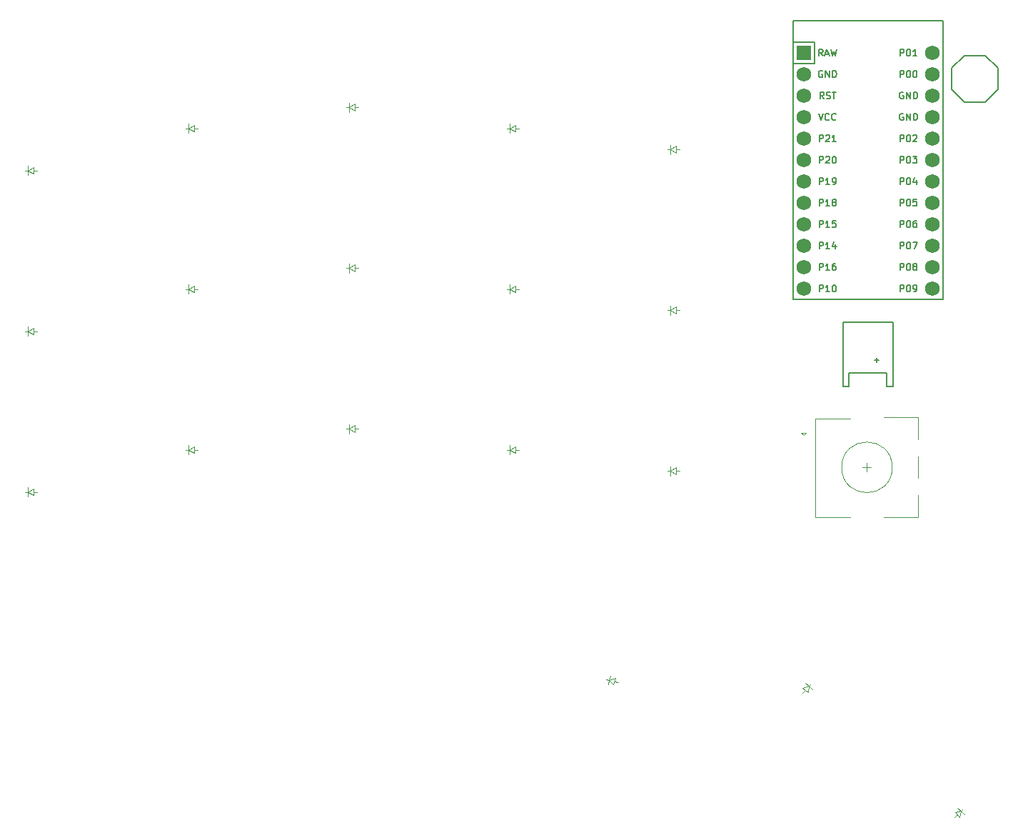
<source format=gbr>
%TF.GenerationSoftware,KiCad,Pcbnew,7.0.10*%
%TF.CreationDate,2024-01-22T21:42:36+02:00*%
%TF.ProjectId,juubo_left_final,6a757562-6f5f-46c6-9566-745f66696e61,v1.0.0*%
%TF.SameCoordinates,Original*%
%TF.FileFunction,Legend,Top*%
%TF.FilePolarity,Positive*%
%FSLAX46Y46*%
G04 Gerber Fmt 4.6, Leading zero omitted, Abs format (unit mm)*
G04 Created by KiCad (PCBNEW 7.0.10) date 2024-01-22 21:42:36*
%MOMM*%
%LPD*%
G01*
G04 APERTURE LIST*
%ADD10C,0.150000*%
%ADD11C,0.100000*%
%ADD12C,0.120000*%
%ADD13R,1.752600X1.752600*%
%ADD14C,1.752600*%
G04 APERTURE END LIST*
D10*
X181842358Y-61413204D02*
X181842358Y-60613204D01*
X181842358Y-60613204D02*
X182147120Y-60613204D01*
X182147120Y-60613204D02*
X182223310Y-60651299D01*
X182223310Y-60651299D02*
X182261405Y-60689394D01*
X182261405Y-60689394D02*
X182299501Y-60765585D01*
X182299501Y-60765585D02*
X182299501Y-60879870D01*
X182299501Y-60879870D02*
X182261405Y-60956061D01*
X182261405Y-60956061D02*
X182223310Y-60994156D01*
X182223310Y-60994156D02*
X182147120Y-61032251D01*
X182147120Y-61032251D02*
X181842358Y-61032251D01*
X182604262Y-60689394D02*
X182642358Y-60651299D01*
X182642358Y-60651299D02*
X182718548Y-60613204D01*
X182718548Y-60613204D02*
X182909024Y-60613204D01*
X182909024Y-60613204D02*
X182985215Y-60651299D01*
X182985215Y-60651299D02*
X183023310Y-60689394D01*
X183023310Y-60689394D02*
X183061405Y-60765585D01*
X183061405Y-60765585D02*
X183061405Y-60841775D01*
X183061405Y-60841775D02*
X183023310Y-60956061D01*
X183023310Y-60956061D02*
X182566167Y-61413204D01*
X182566167Y-61413204D02*
X183061405Y-61413204D01*
X183823310Y-61413204D02*
X183366167Y-61413204D01*
X183594739Y-61413204D02*
X183594739Y-60613204D01*
X183594739Y-60613204D02*
X183518548Y-60727489D01*
X183518548Y-60727489D02*
X183442358Y-60803680D01*
X183442358Y-60803680D02*
X183366167Y-60841775D01*
X191442358Y-63953204D02*
X191442358Y-63153204D01*
X191442358Y-63153204D02*
X191747120Y-63153204D01*
X191747120Y-63153204D02*
X191823310Y-63191299D01*
X191823310Y-63191299D02*
X191861405Y-63229394D01*
X191861405Y-63229394D02*
X191899501Y-63305585D01*
X191899501Y-63305585D02*
X191899501Y-63419870D01*
X191899501Y-63419870D02*
X191861405Y-63496061D01*
X191861405Y-63496061D02*
X191823310Y-63534156D01*
X191823310Y-63534156D02*
X191747120Y-63572251D01*
X191747120Y-63572251D02*
X191442358Y-63572251D01*
X192394739Y-63153204D02*
X192470929Y-63153204D01*
X192470929Y-63153204D02*
X192547120Y-63191299D01*
X192547120Y-63191299D02*
X192585215Y-63229394D01*
X192585215Y-63229394D02*
X192623310Y-63305585D01*
X192623310Y-63305585D02*
X192661405Y-63457966D01*
X192661405Y-63457966D02*
X192661405Y-63648442D01*
X192661405Y-63648442D02*
X192623310Y-63800823D01*
X192623310Y-63800823D02*
X192585215Y-63877013D01*
X192585215Y-63877013D02*
X192547120Y-63915109D01*
X192547120Y-63915109D02*
X192470929Y-63953204D01*
X192470929Y-63953204D02*
X192394739Y-63953204D01*
X192394739Y-63953204D02*
X192318548Y-63915109D01*
X192318548Y-63915109D02*
X192280453Y-63877013D01*
X192280453Y-63877013D02*
X192242358Y-63800823D01*
X192242358Y-63800823D02*
X192204262Y-63648442D01*
X192204262Y-63648442D02*
X192204262Y-63457966D01*
X192204262Y-63457966D02*
X192242358Y-63305585D01*
X192242358Y-63305585D02*
X192280453Y-63229394D01*
X192280453Y-63229394D02*
X192318548Y-63191299D01*
X192318548Y-63191299D02*
X192394739Y-63153204D01*
X192928072Y-63153204D02*
X193423310Y-63153204D01*
X193423310Y-63153204D02*
X193156644Y-63457966D01*
X193156644Y-63457966D02*
X193270929Y-63457966D01*
X193270929Y-63457966D02*
X193347120Y-63496061D01*
X193347120Y-63496061D02*
X193385215Y-63534156D01*
X193385215Y-63534156D02*
X193423310Y-63610347D01*
X193423310Y-63610347D02*
X193423310Y-63800823D01*
X193423310Y-63800823D02*
X193385215Y-63877013D01*
X193385215Y-63877013D02*
X193347120Y-63915109D01*
X193347120Y-63915109D02*
X193270929Y-63953204D01*
X193270929Y-63953204D02*
X193042358Y-63953204D01*
X193042358Y-63953204D02*
X192966167Y-63915109D01*
X192966167Y-63915109D02*
X192928072Y-63877013D01*
X181747120Y-58073204D02*
X182013787Y-58873204D01*
X182013787Y-58873204D02*
X182280453Y-58073204D01*
X183004263Y-58797013D02*
X182966167Y-58835109D01*
X182966167Y-58835109D02*
X182851882Y-58873204D01*
X182851882Y-58873204D02*
X182775691Y-58873204D01*
X182775691Y-58873204D02*
X182661405Y-58835109D01*
X182661405Y-58835109D02*
X182585215Y-58758918D01*
X182585215Y-58758918D02*
X182547120Y-58682728D01*
X182547120Y-58682728D02*
X182509024Y-58530347D01*
X182509024Y-58530347D02*
X182509024Y-58416061D01*
X182509024Y-58416061D02*
X182547120Y-58263680D01*
X182547120Y-58263680D02*
X182585215Y-58187489D01*
X182585215Y-58187489D02*
X182661405Y-58111299D01*
X182661405Y-58111299D02*
X182775691Y-58073204D01*
X182775691Y-58073204D02*
X182851882Y-58073204D01*
X182851882Y-58073204D02*
X182966167Y-58111299D01*
X182966167Y-58111299D02*
X183004263Y-58149394D01*
X183804263Y-58797013D02*
X183766167Y-58835109D01*
X183766167Y-58835109D02*
X183651882Y-58873204D01*
X183651882Y-58873204D02*
X183575691Y-58873204D01*
X183575691Y-58873204D02*
X183461405Y-58835109D01*
X183461405Y-58835109D02*
X183385215Y-58758918D01*
X183385215Y-58758918D02*
X183347120Y-58682728D01*
X183347120Y-58682728D02*
X183309024Y-58530347D01*
X183309024Y-58530347D02*
X183309024Y-58416061D01*
X183309024Y-58416061D02*
X183347120Y-58263680D01*
X183347120Y-58263680D02*
X183385215Y-58187489D01*
X183385215Y-58187489D02*
X183461405Y-58111299D01*
X183461405Y-58111299D02*
X183575691Y-58073204D01*
X183575691Y-58073204D02*
X183651882Y-58073204D01*
X183651882Y-58073204D02*
X183766167Y-58111299D01*
X183766167Y-58111299D02*
X183804263Y-58149394D01*
X182204263Y-53031299D02*
X182128073Y-52993204D01*
X182128073Y-52993204D02*
X182013787Y-52993204D01*
X182013787Y-52993204D02*
X181899501Y-53031299D01*
X181899501Y-53031299D02*
X181823311Y-53107489D01*
X181823311Y-53107489D02*
X181785216Y-53183680D01*
X181785216Y-53183680D02*
X181747120Y-53336061D01*
X181747120Y-53336061D02*
X181747120Y-53450347D01*
X181747120Y-53450347D02*
X181785216Y-53602728D01*
X181785216Y-53602728D02*
X181823311Y-53678918D01*
X181823311Y-53678918D02*
X181899501Y-53755109D01*
X181899501Y-53755109D02*
X182013787Y-53793204D01*
X182013787Y-53793204D02*
X182089978Y-53793204D01*
X182089978Y-53793204D02*
X182204263Y-53755109D01*
X182204263Y-53755109D02*
X182242359Y-53717013D01*
X182242359Y-53717013D02*
X182242359Y-53450347D01*
X182242359Y-53450347D02*
X182089978Y-53450347D01*
X182585216Y-53793204D02*
X182585216Y-52993204D01*
X182585216Y-52993204D02*
X183042359Y-53793204D01*
X183042359Y-53793204D02*
X183042359Y-52993204D01*
X183423311Y-53793204D02*
X183423311Y-52993204D01*
X183423311Y-52993204D02*
X183613787Y-52993204D01*
X183613787Y-52993204D02*
X183728073Y-53031299D01*
X183728073Y-53031299D02*
X183804263Y-53107489D01*
X183804263Y-53107489D02*
X183842358Y-53183680D01*
X183842358Y-53183680D02*
X183880454Y-53336061D01*
X183880454Y-53336061D02*
X183880454Y-53450347D01*
X183880454Y-53450347D02*
X183842358Y-53602728D01*
X183842358Y-53602728D02*
X183804263Y-53678918D01*
X183804263Y-53678918D02*
X183728073Y-53755109D01*
X183728073Y-53755109D02*
X183613787Y-53793204D01*
X183613787Y-53793204D02*
X183423311Y-53793204D01*
X181842358Y-66493204D02*
X181842358Y-65693204D01*
X181842358Y-65693204D02*
X182147120Y-65693204D01*
X182147120Y-65693204D02*
X182223310Y-65731299D01*
X182223310Y-65731299D02*
X182261405Y-65769394D01*
X182261405Y-65769394D02*
X182299501Y-65845585D01*
X182299501Y-65845585D02*
X182299501Y-65959870D01*
X182299501Y-65959870D02*
X182261405Y-66036061D01*
X182261405Y-66036061D02*
X182223310Y-66074156D01*
X182223310Y-66074156D02*
X182147120Y-66112251D01*
X182147120Y-66112251D02*
X181842358Y-66112251D01*
X183061405Y-66493204D02*
X182604262Y-66493204D01*
X182832834Y-66493204D02*
X182832834Y-65693204D01*
X182832834Y-65693204D02*
X182756643Y-65807489D01*
X182756643Y-65807489D02*
X182680453Y-65883680D01*
X182680453Y-65883680D02*
X182604262Y-65921775D01*
X183442358Y-66493204D02*
X183594739Y-66493204D01*
X183594739Y-66493204D02*
X183670929Y-66455109D01*
X183670929Y-66455109D02*
X183709025Y-66417013D01*
X183709025Y-66417013D02*
X183785215Y-66302728D01*
X183785215Y-66302728D02*
X183823310Y-66150347D01*
X183823310Y-66150347D02*
X183823310Y-65845585D01*
X183823310Y-65845585D02*
X183785215Y-65769394D01*
X183785215Y-65769394D02*
X183747120Y-65731299D01*
X183747120Y-65731299D02*
X183670929Y-65693204D01*
X183670929Y-65693204D02*
X183518548Y-65693204D01*
X183518548Y-65693204D02*
X183442358Y-65731299D01*
X183442358Y-65731299D02*
X183404263Y-65769394D01*
X183404263Y-65769394D02*
X183366167Y-65845585D01*
X183366167Y-65845585D02*
X183366167Y-66036061D01*
X183366167Y-66036061D02*
X183404263Y-66112251D01*
X183404263Y-66112251D02*
X183442358Y-66150347D01*
X183442358Y-66150347D02*
X183518548Y-66188442D01*
X183518548Y-66188442D02*
X183670929Y-66188442D01*
X183670929Y-66188442D02*
X183747120Y-66150347D01*
X183747120Y-66150347D02*
X183785215Y-66112251D01*
X183785215Y-66112251D02*
X183823310Y-66036061D01*
X181842358Y-71573204D02*
X181842358Y-70773204D01*
X181842358Y-70773204D02*
X182147120Y-70773204D01*
X182147120Y-70773204D02*
X182223310Y-70811299D01*
X182223310Y-70811299D02*
X182261405Y-70849394D01*
X182261405Y-70849394D02*
X182299501Y-70925585D01*
X182299501Y-70925585D02*
X182299501Y-71039870D01*
X182299501Y-71039870D02*
X182261405Y-71116061D01*
X182261405Y-71116061D02*
X182223310Y-71154156D01*
X182223310Y-71154156D02*
X182147120Y-71192251D01*
X182147120Y-71192251D02*
X181842358Y-71192251D01*
X183061405Y-71573204D02*
X182604262Y-71573204D01*
X182832834Y-71573204D02*
X182832834Y-70773204D01*
X182832834Y-70773204D02*
X182756643Y-70887489D01*
X182756643Y-70887489D02*
X182680453Y-70963680D01*
X182680453Y-70963680D02*
X182604262Y-71001775D01*
X183785215Y-70773204D02*
X183404263Y-70773204D01*
X183404263Y-70773204D02*
X183366167Y-71154156D01*
X183366167Y-71154156D02*
X183404263Y-71116061D01*
X183404263Y-71116061D02*
X183480453Y-71077966D01*
X183480453Y-71077966D02*
X183670929Y-71077966D01*
X183670929Y-71077966D02*
X183747120Y-71116061D01*
X183747120Y-71116061D02*
X183785215Y-71154156D01*
X183785215Y-71154156D02*
X183823310Y-71230347D01*
X183823310Y-71230347D02*
X183823310Y-71420823D01*
X183823310Y-71420823D02*
X183785215Y-71497013D01*
X183785215Y-71497013D02*
X183747120Y-71535109D01*
X183747120Y-71535109D02*
X183670929Y-71573204D01*
X183670929Y-71573204D02*
X183480453Y-71573204D01*
X183480453Y-71573204D02*
X183404263Y-71535109D01*
X183404263Y-71535109D02*
X183366167Y-71497013D01*
X181842358Y-63953204D02*
X181842358Y-63153204D01*
X181842358Y-63153204D02*
X182147120Y-63153204D01*
X182147120Y-63153204D02*
X182223310Y-63191299D01*
X182223310Y-63191299D02*
X182261405Y-63229394D01*
X182261405Y-63229394D02*
X182299501Y-63305585D01*
X182299501Y-63305585D02*
X182299501Y-63419870D01*
X182299501Y-63419870D02*
X182261405Y-63496061D01*
X182261405Y-63496061D02*
X182223310Y-63534156D01*
X182223310Y-63534156D02*
X182147120Y-63572251D01*
X182147120Y-63572251D02*
X181842358Y-63572251D01*
X182604262Y-63229394D02*
X182642358Y-63191299D01*
X182642358Y-63191299D02*
X182718548Y-63153204D01*
X182718548Y-63153204D02*
X182909024Y-63153204D01*
X182909024Y-63153204D02*
X182985215Y-63191299D01*
X182985215Y-63191299D02*
X183023310Y-63229394D01*
X183023310Y-63229394D02*
X183061405Y-63305585D01*
X183061405Y-63305585D02*
X183061405Y-63381775D01*
X183061405Y-63381775D02*
X183023310Y-63496061D01*
X183023310Y-63496061D02*
X182566167Y-63953204D01*
X182566167Y-63953204D02*
X183061405Y-63953204D01*
X183556644Y-63153204D02*
X183632834Y-63153204D01*
X183632834Y-63153204D02*
X183709025Y-63191299D01*
X183709025Y-63191299D02*
X183747120Y-63229394D01*
X183747120Y-63229394D02*
X183785215Y-63305585D01*
X183785215Y-63305585D02*
X183823310Y-63457966D01*
X183823310Y-63457966D02*
X183823310Y-63648442D01*
X183823310Y-63648442D02*
X183785215Y-63800823D01*
X183785215Y-63800823D02*
X183747120Y-63877013D01*
X183747120Y-63877013D02*
X183709025Y-63915109D01*
X183709025Y-63915109D02*
X183632834Y-63953204D01*
X183632834Y-63953204D02*
X183556644Y-63953204D01*
X183556644Y-63953204D02*
X183480453Y-63915109D01*
X183480453Y-63915109D02*
X183442358Y-63877013D01*
X183442358Y-63877013D02*
X183404263Y-63800823D01*
X183404263Y-63800823D02*
X183366167Y-63648442D01*
X183366167Y-63648442D02*
X183366167Y-63457966D01*
X183366167Y-63457966D02*
X183404263Y-63305585D01*
X183404263Y-63305585D02*
X183442358Y-63229394D01*
X183442358Y-63229394D02*
X183480453Y-63191299D01*
X183480453Y-63191299D02*
X183556644Y-63153204D01*
X181842358Y-74113204D02*
X181842358Y-73313204D01*
X181842358Y-73313204D02*
X182147120Y-73313204D01*
X182147120Y-73313204D02*
X182223310Y-73351299D01*
X182223310Y-73351299D02*
X182261405Y-73389394D01*
X182261405Y-73389394D02*
X182299501Y-73465585D01*
X182299501Y-73465585D02*
X182299501Y-73579870D01*
X182299501Y-73579870D02*
X182261405Y-73656061D01*
X182261405Y-73656061D02*
X182223310Y-73694156D01*
X182223310Y-73694156D02*
X182147120Y-73732251D01*
X182147120Y-73732251D02*
X181842358Y-73732251D01*
X183061405Y-74113204D02*
X182604262Y-74113204D01*
X182832834Y-74113204D02*
X182832834Y-73313204D01*
X182832834Y-73313204D02*
X182756643Y-73427489D01*
X182756643Y-73427489D02*
X182680453Y-73503680D01*
X182680453Y-73503680D02*
X182604262Y-73541775D01*
X183747120Y-73579870D02*
X183747120Y-74113204D01*
X183556644Y-73275109D02*
X183366167Y-73846537D01*
X183366167Y-73846537D02*
X183861406Y-73846537D01*
X191442358Y-66493204D02*
X191442358Y-65693204D01*
X191442358Y-65693204D02*
X191747120Y-65693204D01*
X191747120Y-65693204D02*
X191823310Y-65731299D01*
X191823310Y-65731299D02*
X191861405Y-65769394D01*
X191861405Y-65769394D02*
X191899501Y-65845585D01*
X191899501Y-65845585D02*
X191899501Y-65959870D01*
X191899501Y-65959870D02*
X191861405Y-66036061D01*
X191861405Y-66036061D02*
X191823310Y-66074156D01*
X191823310Y-66074156D02*
X191747120Y-66112251D01*
X191747120Y-66112251D02*
X191442358Y-66112251D01*
X192394739Y-65693204D02*
X192470929Y-65693204D01*
X192470929Y-65693204D02*
X192547120Y-65731299D01*
X192547120Y-65731299D02*
X192585215Y-65769394D01*
X192585215Y-65769394D02*
X192623310Y-65845585D01*
X192623310Y-65845585D02*
X192661405Y-65997966D01*
X192661405Y-65997966D02*
X192661405Y-66188442D01*
X192661405Y-66188442D02*
X192623310Y-66340823D01*
X192623310Y-66340823D02*
X192585215Y-66417013D01*
X192585215Y-66417013D02*
X192547120Y-66455109D01*
X192547120Y-66455109D02*
X192470929Y-66493204D01*
X192470929Y-66493204D02*
X192394739Y-66493204D01*
X192394739Y-66493204D02*
X192318548Y-66455109D01*
X192318548Y-66455109D02*
X192280453Y-66417013D01*
X192280453Y-66417013D02*
X192242358Y-66340823D01*
X192242358Y-66340823D02*
X192204262Y-66188442D01*
X192204262Y-66188442D02*
X192204262Y-65997966D01*
X192204262Y-65997966D02*
X192242358Y-65845585D01*
X192242358Y-65845585D02*
X192280453Y-65769394D01*
X192280453Y-65769394D02*
X192318548Y-65731299D01*
X192318548Y-65731299D02*
X192394739Y-65693204D01*
X193347120Y-65959870D02*
X193347120Y-66493204D01*
X193156644Y-65655109D02*
X192966167Y-66226537D01*
X192966167Y-66226537D02*
X193461406Y-66226537D01*
X191442358Y-51253204D02*
X191442358Y-50453204D01*
X191442358Y-50453204D02*
X191747120Y-50453204D01*
X191747120Y-50453204D02*
X191823310Y-50491299D01*
X191823310Y-50491299D02*
X191861405Y-50529394D01*
X191861405Y-50529394D02*
X191899501Y-50605585D01*
X191899501Y-50605585D02*
X191899501Y-50719870D01*
X191899501Y-50719870D02*
X191861405Y-50796061D01*
X191861405Y-50796061D02*
X191823310Y-50834156D01*
X191823310Y-50834156D02*
X191747120Y-50872251D01*
X191747120Y-50872251D02*
X191442358Y-50872251D01*
X192394739Y-50453204D02*
X192470929Y-50453204D01*
X192470929Y-50453204D02*
X192547120Y-50491299D01*
X192547120Y-50491299D02*
X192585215Y-50529394D01*
X192585215Y-50529394D02*
X192623310Y-50605585D01*
X192623310Y-50605585D02*
X192661405Y-50757966D01*
X192661405Y-50757966D02*
X192661405Y-50948442D01*
X192661405Y-50948442D02*
X192623310Y-51100823D01*
X192623310Y-51100823D02*
X192585215Y-51177013D01*
X192585215Y-51177013D02*
X192547120Y-51215109D01*
X192547120Y-51215109D02*
X192470929Y-51253204D01*
X192470929Y-51253204D02*
X192394739Y-51253204D01*
X192394739Y-51253204D02*
X192318548Y-51215109D01*
X192318548Y-51215109D02*
X192280453Y-51177013D01*
X192280453Y-51177013D02*
X192242358Y-51100823D01*
X192242358Y-51100823D02*
X192204262Y-50948442D01*
X192204262Y-50948442D02*
X192204262Y-50757966D01*
X192204262Y-50757966D02*
X192242358Y-50605585D01*
X192242358Y-50605585D02*
X192280453Y-50529394D01*
X192280453Y-50529394D02*
X192318548Y-50491299D01*
X192318548Y-50491299D02*
X192394739Y-50453204D01*
X193423310Y-51253204D02*
X192966167Y-51253204D01*
X193194739Y-51253204D02*
X193194739Y-50453204D01*
X193194739Y-50453204D02*
X193118548Y-50567489D01*
X193118548Y-50567489D02*
X193042358Y-50643680D01*
X193042358Y-50643680D02*
X192966167Y-50681775D01*
X191804263Y-55571299D02*
X191728073Y-55533204D01*
X191728073Y-55533204D02*
X191613787Y-55533204D01*
X191613787Y-55533204D02*
X191499501Y-55571299D01*
X191499501Y-55571299D02*
X191423311Y-55647489D01*
X191423311Y-55647489D02*
X191385216Y-55723680D01*
X191385216Y-55723680D02*
X191347120Y-55876061D01*
X191347120Y-55876061D02*
X191347120Y-55990347D01*
X191347120Y-55990347D02*
X191385216Y-56142728D01*
X191385216Y-56142728D02*
X191423311Y-56218918D01*
X191423311Y-56218918D02*
X191499501Y-56295109D01*
X191499501Y-56295109D02*
X191613787Y-56333204D01*
X191613787Y-56333204D02*
X191689978Y-56333204D01*
X191689978Y-56333204D02*
X191804263Y-56295109D01*
X191804263Y-56295109D02*
X191842359Y-56257013D01*
X191842359Y-56257013D02*
X191842359Y-55990347D01*
X191842359Y-55990347D02*
X191689978Y-55990347D01*
X192185216Y-56333204D02*
X192185216Y-55533204D01*
X192185216Y-55533204D02*
X192642359Y-56333204D01*
X192642359Y-56333204D02*
X192642359Y-55533204D01*
X193023311Y-56333204D02*
X193023311Y-55533204D01*
X193023311Y-55533204D02*
X193213787Y-55533204D01*
X193213787Y-55533204D02*
X193328073Y-55571299D01*
X193328073Y-55571299D02*
X193404263Y-55647489D01*
X193404263Y-55647489D02*
X193442358Y-55723680D01*
X193442358Y-55723680D02*
X193480454Y-55876061D01*
X193480454Y-55876061D02*
X193480454Y-55990347D01*
X193480454Y-55990347D02*
X193442358Y-56142728D01*
X193442358Y-56142728D02*
X193404263Y-56218918D01*
X193404263Y-56218918D02*
X193328073Y-56295109D01*
X193328073Y-56295109D02*
X193213787Y-56333204D01*
X193213787Y-56333204D02*
X193023311Y-56333204D01*
X181842358Y-69033204D02*
X181842358Y-68233204D01*
X181842358Y-68233204D02*
X182147120Y-68233204D01*
X182147120Y-68233204D02*
X182223310Y-68271299D01*
X182223310Y-68271299D02*
X182261405Y-68309394D01*
X182261405Y-68309394D02*
X182299501Y-68385585D01*
X182299501Y-68385585D02*
X182299501Y-68499870D01*
X182299501Y-68499870D02*
X182261405Y-68576061D01*
X182261405Y-68576061D02*
X182223310Y-68614156D01*
X182223310Y-68614156D02*
X182147120Y-68652251D01*
X182147120Y-68652251D02*
X181842358Y-68652251D01*
X183061405Y-69033204D02*
X182604262Y-69033204D01*
X182832834Y-69033204D02*
X182832834Y-68233204D01*
X182832834Y-68233204D02*
X182756643Y-68347489D01*
X182756643Y-68347489D02*
X182680453Y-68423680D01*
X182680453Y-68423680D02*
X182604262Y-68461775D01*
X183518548Y-68576061D02*
X183442358Y-68537966D01*
X183442358Y-68537966D02*
X183404263Y-68499870D01*
X183404263Y-68499870D02*
X183366167Y-68423680D01*
X183366167Y-68423680D02*
X183366167Y-68385585D01*
X183366167Y-68385585D02*
X183404263Y-68309394D01*
X183404263Y-68309394D02*
X183442358Y-68271299D01*
X183442358Y-68271299D02*
X183518548Y-68233204D01*
X183518548Y-68233204D02*
X183670929Y-68233204D01*
X183670929Y-68233204D02*
X183747120Y-68271299D01*
X183747120Y-68271299D02*
X183785215Y-68309394D01*
X183785215Y-68309394D02*
X183823310Y-68385585D01*
X183823310Y-68385585D02*
X183823310Y-68423680D01*
X183823310Y-68423680D02*
X183785215Y-68499870D01*
X183785215Y-68499870D02*
X183747120Y-68537966D01*
X183747120Y-68537966D02*
X183670929Y-68576061D01*
X183670929Y-68576061D02*
X183518548Y-68576061D01*
X183518548Y-68576061D02*
X183442358Y-68614156D01*
X183442358Y-68614156D02*
X183404263Y-68652251D01*
X183404263Y-68652251D02*
X183366167Y-68728442D01*
X183366167Y-68728442D02*
X183366167Y-68880823D01*
X183366167Y-68880823D02*
X183404263Y-68957013D01*
X183404263Y-68957013D02*
X183442358Y-68995109D01*
X183442358Y-68995109D02*
X183518548Y-69033204D01*
X183518548Y-69033204D02*
X183670929Y-69033204D01*
X183670929Y-69033204D02*
X183747120Y-68995109D01*
X183747120Y-68995109D02*
X183785215Y-68957013D01*
X183785215Y-68957013D02*
X183823310Y-68880823D01*
X183823310Y-68880823D02*
X183823310Y-68728442D01*
X183823310Y-68728442D02*
X183785215Y-68652251D01*
X183785215Y-68652251D02*
X183747120Y-68614156D01*
X183747120Y-68614156D02*
X183670929Y-68576061D01*
X191442358Y-53793204D02*
X191442358Y-52993204D01*
X191442358Y-52993204D02*
X191747120Y-52993204D01*
X191747120Y-52993204D02*
X191823310Y-53031299D01*
X191823310Y-53031299D02*
X191861405Y-53069394D01*
X191861405Y-53069394D02*
X191899501Y-53145585D01*
X191899501Y-53145585D02*
X191899501Y-53259870D01*
X191899501Y-53259870D02*
X191861405Y-53336061D01*
X191861405Y-53336061D02*
X191823310Y-53374156D01*
X191823310Y-53374156D02*
X191747120Y-53412251D01*
X191747120Y-53412251D02*
X191442358Y-53412251D01*
X192394739Y-52993204D02*
X192470929Y-52993204D01*
X192470929Y-52993204D02*
X192547120Y-53031299D01*
X192547120Y-53031299D02*
X192585215Y-53069394D01*
X192585215Y-53069394D02*
X192623310Y-53145585D01*
X192623310Y-53145585D02*
X192661405Y-53297966D01*
X192661405Y-53297966D02*
X192661405Y-53488442D01*
X192661405Y-53488442D02*
X192623310Y-53640823D01*
X192623310Y-53640823D02*
X192585215Y-53717013D01*
X192585215Y-53717013D02*
X192547120Y-53755109D01*
X192547120Y-53755109D02*
X192470929Y-53793204D01*
X192470929Y-53793204D02*
X192394739Y-53793204D01*
X192394739Y-53793204D02*
X192318548Y-53755109D01*
X192318548Y-53755109D02*
X192280453Y-53717013D01*
X192280453Y-53717013D02*
X192242358Y-53640823D01*
X192242358Y-53640823D02*
X192204262Y-53488442D01*
X192204262Y-53488442D02*
X192204262Y-53297966D01*
X192204262Y-53297966D02*
X192242358Y-53145585D01*
X192242358Y-53145585D02*
X192280453Y-53069394D01*
X192280453Y-53069394D02*
X192318548Y-53031299D01*
X192318548Y-53031299D02*
X192394739Y-52993204D01*
X193156644Y-52993204D02*
X193232834Y-52993204D01*
X193232834Y-52993204D02*
X193309025Y-53031299D01*
X193309025Y-53031299D02*
X193347120Y-53069394D01*
X193347120Y-53069394D02*
X193385215Y-53145585D01*
X193385215Y-53145585D02*
X193423310Y-53297966D01*
X193423310Y-53297966D02*
X193423310Y-53488442D01*
X193423310Y-53488442D02*
X193385215Y-53640823D01*
X193385215Y-53640823D02*
X193347120Y-53717013D01*
X193347120Y-53717013D02*
X193309025Y-53755109D01*
X193309025Y-53755109D02*
X193232834Y-53793204D01*
X193232834Y-53793204D02*
X193156644Y-53793204D01*
X193156644Y-53793204D02*
X193080453Y-53755109D01*
X193080453Y-53755109D02*
X193042358Y-53717013D01*
X193042358Y-53717013D02*
X193004263Y-53640823D01*
X193004263Y-53640823D02*
X192966167Y-53488442D01*
X192966167Y-53488442D02*
X192966167Y-53297966D01*
X192966167Y-53297966D02*
X193004263Y-53145585D01*
X193004263Y-53145585D02*
X193042358Y-53069394D01*
X193042358Y-53069394D02*
X193080453Y-53031299D01*
X193080453Y-53031299D02*
X193156644Y-52993204D01*
X182261406Y-51253204D02*
X181994739Y-50872251D01*
X181804263Y-51253204D02*
X181804263Y-50453204D01*
X181804263Y-50453204D02*
X182109025Y-50453204D01*
X182109025Y-50453204D02*
X182185215Y-50491299D01*
X182185215Y-50491299D02*
X182223310Y-50529394D01*
X182223310Y-50529394D02*
X182261406Y-50605585D01*
X182261406Y-50605585D02*
X182261406Y-50719870D01*
X182261406Y-50719870D02*
X182223310Y-50796061D01*
X182223310Y-50796061D02*
X182185215Y-50834156D01*
X182185215Y-50834156D02*
X182109025Y-50872251D01*
X182109025Y-50872251D02*
X181804263Y-50872251D01*
X182566167Y-51024632D02*
X182947120Y-51024632D01*
X182489977Y-51253204D02*
X182756644Y-50453204D01*
X182756644Y-50453204D02*
X183023310Y-51253204D01*
X183213786Y-50453204D02*
X183404262Y-51253204D01*
X183404262Y-51253204D02*
X183556643Y-50681775D01*
X183556643Y-50681775D02*
X183709024Y-51253204D01*
X183709024Y-51253204D02*
X183899501Y-50453204D01*
X191442358Y-76653204D02*
X191442358Y-75853204D01*
X191442358Y-75853204D02*
X191747120Y-75853204D01*
X191747120Y-75853204D02*
X191823310Y-75891299D01*
X191823310Y-75891299D02*
X191861405Y-75929394D01*
X191861405Y-75929394D02*
X191899501Y-76005585D01*
X191899501Y-76005585D02*
X191899501Y-76119870D01*
X191899501Y-76119870D02*
X191861405Y-76196061D01*
X191861405Y-76196061D02*
X191823310Y-76234156D01*
X191823310Y-76234156D02*
X191747120Y-76272251D01*
X191747120Y-76272251D02*
X191442358Y-76272251D01*
X192394739Y-75853204D02*
X192470929Y-75853204D01*
X192470929Y-75853204D02*
X192547120Y-75891299D01*
X192547120Y-75891299D02*
X192585215Y-75929394D01*
X192585215Y-75929394D02*
X192623310Y-76005585D01*
X192623310Y-76005585D02*
X192661405Y-76157966D01*
X192661405Y-76157966D02*
X192661405Y-76348442D01*
X192661405Y-76348442D02*
X192623310Y-76500823D01*
X192623310Y-76500823D02*
X192585215Y-76577013D01*
X192585215Y-76577013D02*
X192547120Y-76615109D01*
X192547120Y-76615109D02*
X192470929Y-76653204D01*
X192470929Y-76653204D02*
X192394739Y-76653204D01*
X192394739Y-76653204D02*
X192318548Y-76615109D01*
X192318548Y-76615109D02*
X192280453Y-76577013D01*
X192280453Y-76577013D02*
X192242358Y-76500823D01*
X192242358Y-76500823D02*
X192204262Y-76348442D01*
X192204262Y-76348442D02*
X192204262Y-76157966D01*
X192204262Y-76157966D02*
X192242358Y-76005585D01*
X192242358Y-76005585D02*
X192280453Y-75929394D01*
X192280453Y-75929394D02*
X192318548Y-75891299D01*
X192318548Y-75891299D02*
X192394739Y-75853204D01*
X193118548Y-76196061D02*
X193042358Y-76157966D01*
X193042358Y-76157966D02*
X193004263Y-76119870D01*
X193004263Y-76119870D02*
X192966167Y-76043680D01*
X192966167Y-76043680D02*
X192966167Y-76005585D01*
X192966167Y-76005585D02*
X193004263Y-75929394D01*
X193004263Y-75929394D02*
X193042358Y-75891299D01*
X193042358Y-75891299D02*
X193118548Y-75853204D01*
X193118548Y-75853204D02*
X193270929Y-75853204D01*
X193270929Y-75853204D02*
X193347120Y-75891299D01*
X193347120Y-75891299D02*
X193385215Y-75929394D01*
X193385215Y-75929394D02*
X193423310Y-76005585D01*
X193423310Y-76005585D02*
X193423310Y-76043680D01*
X193423310Y-76043680D02*
X193385215Y-76119870D01*
X193385215Y-76119870D02*
X193347120Y-76157966D01*
X193347120Y-76157966D02*
X193270929Y-76196061D01*
X193270929Y-76196061D02*
X193118548Y-76196061D01*
X193118548Y-76196061D02*
X193042358Y-76234156D01*
X193042358Y-76234156D02*
X193004263Y-76272251D01*
X193004263Y-76272251D02*
X192966167Y-76348442D01*
X192966167Y-76348442D02*
X192966167Y-76500823D01*
X192966167Y-76500823D02*
X193004263Y-76577013D01*
X193004263Y-76577013D02*
X193042358Y-76615109D01*
X193042358Y-76615109D02*
X193118548Y-76653204D01*
X193118548Y-76653204D02*
X193270929Y-76653204D01*
X193270929Y-76653204D02*
X193347120Y-76615109D01*
X193347120Y-76615109D02*
X193385215Y-76577013D01*
X193385215Y-76577013D02*
X193423310Y-76500823D01*
X193423310Y-76500823D02*
X193423310Y-76348442D01*
X193423310Y-76348442D02*
X193385215Y-76272251D01*
X193385215Y-76272251D02*
X193347120Y-76234156D01*
X193347120Y-76234156D02*
X193270929Y-76196061D01*
X191442358Y-61413204D02*
X191442358Y-60613204D01*
X191442358Y-60613204D02*
X191747120Y-60613204D01*
X191747120Y-60613204D02*
X191823310Y-60651299D01*
X191823310Y-60651299D02*
X191861405Y-60689394D01*
X191861405Y-60689394D02*
X191899501Y-60765585D01*
X191899501Y-60765585D02*
X191899501Y-60879870D01*
X191899501Y-60879870D02*
X191861405Y-60956061D01*
X191861405Y-60956061D02*
X191823310Y-60994156D01*
X191823310Y-60994156D02*
X191747120Y-61032251D01*
X191747120Y-61032251D02*
X191442358Y-61032251D01*
X192394739Y-60613204D02*
X192470929Y-60613204D01*
X192470929Y-60613204D02*
X192547120Y-60651299D01*
X192547120Y-60651299D02*
X192585215Y-60689394D01*
X192585215Y-60689394D02*
X192623310Y-60765585D01*
X192623310Y-60765585D02*
X192661405Y-60917966D01*
X192661405Y-60917966D02*
X192661405Y-61108442D01*
X192661405Y-61108442D02*
X192623310Y-61260823D01*
X192623310Y-61260823D02*
X192585215Y-61337013D01*
X192585215Y-61337013D02*
X192547120Y-61375109D01*
X192547120Y-61375109D02*
X192470929Y-61413204D01*
X192470929Y-61413204D02*
X192394739Y-61413204D01*
X192394739Y-61413204D02*
X192318548Y-61375109D01*
X192318548Y-61375109D02*
X192280453Y-61337013D01*
X192280453Y-61337013D02*
X192242358Y-61260823D01*
X192242358Y-61260823D02*
X192204262Y-61108442D01*
X192204262Y-61108442D02*
X192204262Y-60917966D01*
X192204262Y-60917966D02*
X192242358Y-60765585D01*
X192242358Y-60765585D02*
X192280453Y-60689394D01*
X192280453Y-60689394D02*
X192318548Y-60651299D01*
X192318548Y-60651299D02*
X192394739Y-60613204D01*
X192966167Y-60689394D02*
X193004263Y-60651299D01*
X193004263Y-60651299D02*
X193080453Y-60613204D01*
X193080453Y-60613204D02*
X193270929Y-60613204D01*
X193270929Y-60613204D02*
X193347120Y-60651299D01*
X193347120Y-60651299D02*
X193385215Y-60689394D01*
X193385215Y-60689394D02*
X193423310Y-60765585D01*
X193423310Y-60765585D02*
X193423310Y-60841775D01*
X193423310Y-60841775D02*
X193385215Y-60956061D01*
X193385215Y-60956061D02*
X192928072Y-61413204D01*
X192928072Y-61413204D02*
X193423310Y-61413204D01*
X182375692Y-56333204D02*
X182109025Y-55952251D01*
X181918549Y-56333204D02*
X181918549Y-55533204D01*
X181918549Y-55533204D02*
X182223311Y-55533204D01*
X182223311Y-55533204D02*
X182299501Y-55571299D01*
X182299501Y-55571299D02*
X182337596Y-55609394D01*
X182337596Y-55609394D02*
X182375692Y-55685585D01*
X182375692Y-55685585D02*
X182375692Y-55799870D01*
X182375692Y-55799870D02*
X182337596Y-55876061D01*
X182337596Y-55876061D02*
X182299501Y-55914156D01*
X182299501Y-55914156D02*
X182223311Y-55952251D01*
X182223311Y-55952251D02*
X181918549Y-55952251D01*
X182680453Y-56295109D02*
X182794739Y-56333204D01*
X182794739Y-56333204D02*
X182985215Y-56333204D01*
X182985215Y-56333204D02*
X183061406Y-56295109D01*
X183061406Y-56295109D02*
X183099501Y-56257013D01*
X183099501Y-56257013D02*
X183137596Y-56180823D01*
X183137596Y-56180823D02*
X183137596Y-56104632D01*
X183137596Y-56104632D02*
X183099501Y-56028442D01*
X183099501Y-56028442D02*
X183061406Y-55990347D01*
X183061406Y-55990347D02*
X182985215Y-55952251D01*
X182985215Y-55952251D02*
X182832834Y-55914156D01*
X182832834Y-55914156D02*
X182756644Y-55876061D01*
X182756644Y-55876061D02*
X182718549Y-55837966D01*
X182718549Y-55837966D02*
X182680453Y-55761775D01*
X182680453Y-55761775D02*
X182680453Y-55685585D01*
X182680453Y-55685585D02*
X182718549Y-55609394D01*
X182718549Y-55609394D02*
X182756644Y-55571299D01*
X182756644Y-55571299D02*
X182832834Y-55533204D01*
X182832834Y-55533204D02*
X183023311Y-55533204D01*
X183023311Y-55533204D02*
X183137596Y-55571299D01*
X183366168Y-55533204D02*
X183823311Y-55533204D01*
X183594739Y-56333204D02*
X183594739Y-55533204D01*
X181842358Y-79193204D02*
X181842358Y-78393204D01*
X181842358Y-78393204D02*
X182147120Y-78393204D01*
X182147120Y-78393204D02*
X182223310Y-78431299D01*
X182223310Y-78431299D02*
X182261405Y-78469394D01*
X182261405Y-78469394D02*
X182299501Y-78545585D01*
X182299501Y-78545585D02*
X182299501Y-78659870D01*
X182299501Y-78659870D02*
X182261405Y-78736061D01*
X182261405Y-78736061D02*
X182223310Y-78774156D01*
X182223310Y-78774156D02*
X182147120Y-78812251D01*
X182147120Y-78812251D02*
X181842358Y-78812251D01*
X183061405Y-79193204D02*
X182604262Y-79193204D01*
X182832834Y-79193204D02*
X182832834Y-78393204D01*
X182832834Y-78393204D02*
X182756643Y-78507489D01*
X182756643Y-78507489D02*
X182680453Y-78583680D01*
X182680453Y-78583680D02*
X182604262Y-78621775D01*
X183556644Y-78393204D02*
X183632834Y-78393204D01*
X183632834Y-78393204D02*
X183709025Y-78431299D01*
X183709025Y-78431299D02*
X183747120Y-78469394D01*
X183747120Y-78469394D02*
X183785215Y-78545585D01*
X183785215Y-78545585D02*
X183823310Y-78697966D01*
X183823310Y-78697966D02*
X183823310Y-78888442D01*
X183823310Y-78888442D02*
X183785215Y-79040823D01*
X183785215Y-79040823D02*
X183747120Y-79117013D01*
X183747120Y-79117013D02*
X183709025Y-79155109D01*
X183709025Y-79155109D02*
X183632834Y-79193204D01*
X183632834Y-79193204D02*
X183556644Y-79193204D01*
X183556644Y-79193204D02*
X183480453Y-79155109D01*
X183480453Y-79155109D02*
X183442358Y-79117013D01*
X183442358Y-79117013D02*
X183404263Y-79040823D01*
X183404263Y-79040823D02*
X183366167Y-78888442D01*
X183366167Y-78888442D02*
X183366167Y-78697966D01*
X183366167Y-78697966D02*
X183404263Y-78545585D01*
X183404263Y-78545585D02*
X183442358Y-78469394D01*
X183442358Y-78469394D02*
X183480453Y-78431299D01*
X183480453Y-78431299D02*
X183556644Y-78393204D01*
X191442358Y-69033204D02*
X191442358Y-68233204D01*
X191442358Y-68233204D02*
X191747120Y-68233204D01*
X191747120Y-68233204D02*
X191823310Y-68271299D01*
X191823310Y-68271299D02*
X191861405Y-68309394D01*
X191861405Y-68309394D02*
X191899501Y-68385585D01*
X191899501Y-68385585D02*
X191899501Y-68499870D01*
X191899501Y-68499870D02*
X191861405Y-68576061D01*
X191861405Y-68576061D02*
X191823310Y-68614156D01*
X191823310Y-68614156D02*
X191747120Y-68652251D01*
X191747120Y-68652251D02*
X191442358Y-68652251D01*
X192394739Y-68233204D02*
X192470929Y-68233204D01*
X192470929Y-68233204D02*
X192547120Y-68271299D01*
X192547120Y-68271299D02*
X192585215Y-68309394D01*
X192585215Y-68309394D02*
X192623310Y-68385585D01*
X192623310Y-68385585D02*
X192661405Y-68537966D01*
X192661405Y-68537966D02*
X192661405Y-68728442D01*
X192661405Y-68728442D02*
X192623310Y-68880823D01*
X192623310Y-68880823D02*
X192585215Y-68957013D01*
X192585215Y-68957013D02*
X192547120Y-68995109D01*
X192547120Y-68995109D02*
X192470929Y-69033204D01*
X192470929Y-69033204D02*
X192394739Y-69033204D01*
X192394739Y-69033204D02*
X192318548Y-68995109D01*
X192318548Y-68995109D02*
X192280453Y-68957013D01*
X192280453Y-68957013D02*
X192242358Y-68880823D01*
X192242358Y-68880823D02*
X192204262Y-68728442D01*
X192204262Y-68728442D02*
X192204262Y-68537966D01*
X192204262Y-68537966D02*
X192242358Y-68385585D01*
X192242358Y-68385585D02*
X192280453Y-68309394D01*
X192280453Y-68309394D02*
X192318548Y-68271299D01*
X192318548Y-68271299D02*
X192394739Y-68233204D01*
X193385215Y-68233204D02*
X193004263Y-68233204D01*
X193004263Y-68233204D02*
X192966167Y-68614156D01*
X192966167Y-68614156D02*
X193004263Y-68576061D01*
X193004263Y-68576061D02*
X193080453Y-68537966D01*
X193080453Y-68537966D02*
X193270929Y-68537966D01*
X193270929Y-68537966D02*
X193347120Y-68576061D01*
X193347120Y-68576061D02*
X193385215Y-68614156D01*
X193385215Y-68614156D02*
X193423310Y-68690347D01*
X193423310Y-68690347D02*
X193423310Y-68880823D01*
X193423310Y-68880823D02*
X193385215Y-68957013D01*
X193385215Y-68957013D02*
X193347120Y-68995109D01*
X193347120Y-68995109D02*
X193270929Y-69033204D01*
X193270929Y-69033204D02*
X193080453Y-69033204D01*
X193080453Y-69033204D02*
X193004263Y-68995109D01*
X193004263Y-68995109D02*
X192966167Y-68957013D01*
X191442358Y-79193204D02*
X191442358Y-78393204D01*
X191442358Y-78393204D02*
X191747120Y-78393204D01*
X191747120Y-78393204D02*
X191823310Y-78431299D01*
X191823310Y-78431299D02*
X191861405Y-78469394D01*
X191861405Y-78469394D02*
X191899501Y-78545585D01*
X191899501Y-78545585D02*
X191899501Y-78659870D01*
X191899501Y-78659870D02*
X191861405Y-78736061D01*
X191861405Y-78736061D02*
X191823310Y-78774156D01*
X191823310Y-78774156D02*
X191747120Y-78812251D01*
X191747120Y-78812251D02*
X191442358Y-78812251D01*
X192394739Y-78393204D02*
X192470929Y-78393204D01*
X192470929Y-78393204D02*
X192547120Y-78431299D01*
X192547120Y-78431299D02*
X192585215Y-78469394D01*
X192585215Y-78469394D02*
X192623310Y-78545585D01*
X192623310Y-78545585D02*
X192661405Y-78697966D01*
X192661405Y-78697966D02*
X192661405Y-78888442D01*
X192661405Y-78888442D02*
X192623310Y-79040823D01*
X192623310Y-79040823D02*
X192585215Y-79117013D01*
X192585215Y-79117013D02*
X192547120Y-79155109D01*
X192547120Y-79155109D02*
X192470929Y-79193204D01*
X192470929Y-79193204D02*
X192394739Y-79193204D01*
X192394739Y-79193204D02*
X192318548Y-79155109D01*
X192318548Y-79155109D02*
X192280453Y-79117013D01*
X192280453Y-79117013D02*
X192242358Y-79040823D01*
X192242358Y-79040823D02*
X192204262Y-78888442D01*
X192204262Y-78888442D02*
X192204262Y-78697966D01*
X192204262Y-78697966D02*
X192242358Y-78545585D01*
X192242358Y-78545585D02*
X192280453Y-78469394D01*
X192280453Y-78469394D02*
X192318548Y-78431299D01*
X192318548Y-78431299D02*
X192394739Y-78393204D01*
X193042358Y-79193204D02*
X193194739Y-79193204D01*
X193194739Y-79193204D02*
X193270929Y-79155109D01*
X193270929Y-79155109D02*
X193309025Y-79117013D01*
X193309025Y-79117013D02*
X193385215Y-79002728D01*
X193385215Y-79002728D02*
X193423310Y-78850347D01*
X193423310Y-78850347D02*
X193423310Y-78545585D01*
X193423310Y-78545585D02*
X193385215Y-78469394D01*
X193385215Y-78469394D02*
X193347120Y-78431299D01*
X193347120Y-78431299D02*
X193270929Y-78393204D01*
X193270929Y-78393204D02*
X193118548Y-78393204D01*
X193118548Y-78393204D02*
X193042358Y-78431299D01*
X193042358Y-78431299D02*
X193004263Y-78469394D01*
X193004263Y-78469394D02*
X192966167Y-78545585D01*
X192966167Y-78545585D02*
X192966167Y-78736061D01*
X192966167Y-78736061D02*
X193004263Y-78812251D01*
X193004263Y-78812251D02*
X193042358Y-78850347D01*
X193042358Y-78850347D02*
X193118548Y-78888442D01*
X193118548Y-78888442D02*
X193270929Y-78888442D01*
X193270929Y-78888442D02*
X193347120Y-78850347D01*
X193347120Y-78850347D02*
X193385215Y-78812251D01*
X193385215Y-78812251D02*
X193423310Y-78736061D01*
X191804263Y-58111299D02*
X191728073Y-58073204D01*
X191728073Y-58073204D02*
X191613787Y-58073204D01*
X191613787Y-58073204D02*
X191499501Y-58111299D01*
X191499501Y-58111299D02*
X191423311Y-58187489D01*
X191423311Y-58187489D02*
X191385216Y-58263680D01*
X191385216Y-58263680D02*
X191347120Y-58416061D01*
X191347120Y-58416061D02*
X191347120Y-58530347D01*
X191347120Y-58530347D02*
X191385216Y-58682728D01*
X191385216Y-58682728D02*
X191423311Y-58758918D01*
X191423311Y-58758918D02*
X191499501Y-58835109D01*
X191499501Y-58835109D02*
X191613787Y-58873204D01*
X191613787Y-58873204D02*
X191689978Y-58873204D01*
X191689978Y-58873204D02*
X191804263Y-58835109D01*
X191804263Y-58835109D02*
X191842359Y-58797013D01*
X191842359Y-58797013D02*
X191842359Y-58530347D01*
X191842359Y-58530347D02*
X191689978Y-58530347D01*
X192185216Y-58873204D02*
X192185216Y-58073204D01*
X192185216Y-58073204D02*
X192642359Y-58873204D01*
X192642359Y-58873204D02*
X192642359Y-58073204D01*
X193023311Y-58873204D02*
X193023311Y-58073204D01*
X193023311Y-58073204D02*
X193213787Y-58073204D01*
X193213787Y-58073204D02*
X193328073Y-58111299D01*
X193328073Y-58111299D02*
X193404263Y-58187489D01*
X193404263Y-58187489D02*
X193442358Y-58263680D01*
X193442358Y-58263680D02*
X193480454Y-58416061D01*
X193480454Y-58416061D02*
X193480454Y-58530347D01*
X193480454Y-58530347D02*
X193442358Y-58682728D01*
X193442358Y-58682728D02*
X193404263Y-58758918D01*
X193404263Y-58758918D02*
X193328073Y-58835109D01*
X193328073Y-58835109D02*
X193213787Y-58873204D01*
X193213787Y-58873204D02*
X193023311Y-58873204D01*
X191442358Y-71573204D02*
X191442358Y-70773204D01*
X191442358Y-70773204D02*
X191747120Y-70773204D01*
X191747120Y-70773204D02*
X191823310Y-70811299D01*
X191823310Y-70811299D02*
X191861405Y-70849394D01*
X191861405Y-70849394D02*
X191899501Y-70925585D01*
X191899501Y-70925585D02*
X191899501Y-71039870D01*
X191899501Y-71039870D02*
X191861405Y-71116061D01*
X191861405Y-71116061D02*
X191823310Y-71154156D01*
X191823310Y-71154156D02*
X191747120Y-71192251D01*
X191747120Y-71192251D02*
X191442358Y-71192251D01*
X192394739Y-70773204D02*
X192470929Y-70773204D01*
X192470929Y-70773204D02*
X192547120Y-70811299D01*
X192547120Y-70811299D02*
X192585215Y-70849394D01*
X192585215Y-70849394D02*
X192623310Y-70925585D01*
X192623310Y-70925585D02*
X192661405Y-71077966D01*
X192661405Y-71077966D02*
X192661405Y-71268442D01*
X192661405Y-71268442D02*
X192623310Y-71420823D01*
X192623310Y-71420823D02*
X192585215Y-71497013D01*
X192585215Y-71497013D02*
X192547120Y-71535109D01*
X192547120Y-71535109D02*
X192470929Y-71573204D01*
X192470929Y-71573204D02*
X192394739Y-71573204D01*
X192394739Y-71573204D02*
X192318548Y-71535109D01*
X192318548Y-71535109D02*
X192280453Y-71497013D01*
X192280453Y-71497013D02*
X192242358Y-71420823D01*
X192242358Y-71420823D02*
X192204262Y-71268442D01*
X192204262Y-71268442D02*
X192204262Y-71077966D01*
X192204262Y-71077966D02*
X192242358Y-70925585D01*
X192242358Y-70925585D02*
X192280453Y-70849394D01*
X192280453Y-70849394D02*
X192318548Y-70811299D01*
X192318548Y-70811299D02*
X192394739Y-70773204D01*
X193347120Y-70773204D02*
X193194739Y-70773204D01*
X193194739Y-70773204D02*
X193118548Y-70811299D01*
X193118548Y-70811299D02*
X193080453Y-70849394D01*
X193080453Y-70849394D02*
X193004263Y-70963680D01*
X193004263Y-70963680D02*
X192966167Y-71116061D01*
X192966167Y-71116061D02*
X192966167Y-71420823D01*
X192966167Y-71420823D02*
X193004263Y-71497013D01*
X193004263Y-71497013D02*
X193042358Y-71535109D01*
X193042358Y-71535109D02*
X193118548Y-71573204D01*
X193118548Y-71573204D02*
X193270929Y-71573204D01*
X193270929Y-71573204D02*
X193347120Y-71535109D01*
X193347120Y-71535109D02*
X193385215Y-71497013D01*
X193385215Y-71497013D02*
X193423310Y-71420823D01*
X193423310Y-71420823D02*
X193423310Y-71230347D01*
X193423310Y-71230347D02*
X193385215Y-71154156D01*
X193385215Y-71154156D02*
X193347120Y-71116061D01*
X193347120Y-71116061D02*
X193270929Y-71077966D01*
X193270929Y-71077966D02*
X193118548Y-71077966D01*
X193118548Y-71077966D02*
X193042358Y-71116061D01*
X193042358Y-71116061D02*
X193004263Y-71154156D01*
X193004263Y-71154156D02*
X192966167Y-71230347D01*
X191442358Y-74113204D02*
X191442358Y-73313204D01*
X191442358Y-73313204D02*
X191747120Y-73313204D01*
X191747120Y-73313204D02*
X191823310Y-73351299D01*
X191823310Y-73351299D02*
X191861405Y-73389394D01*
X191861405Y-73389394D02*
X191899501Y-73465585D01*
X191899501Y-73465585D02*
X191899501Y-73579870D01*
X191899501Y-73579870D02*
X191861405Y-73656061D01*
X191861405Y-73656061D02*
X191823310Y-73694156D01*
X191823310Y-73694156D02*
X191747120Y-73732251D01*
X191747120Y-73732251D02*
X191442358Y-73732251D01*
X192394739Y-73313204D02*
X192470929Y-73313204D01*
X192470929Y-73313204D02*
X192547120Y-73351299D01*
X192547120Y-73351299D02*
X192585215Y-73389394D01*
X192585215Y-73389394D02*
X192623310Y-73465585D01*
X192623310Y-73465585D02*
X192661405Y-73617966D01*
X192661405Y-73617966D02*
X192661405Y-73808442D01*
X192661405Y-73808442D02*
X192623310Y-73960823D01*
X192623310Y-73960823D02*
X192585215Y-74037013D01*
X192585215Y-74037013D02*
X192547120Y-74075109D01*
X192547120Y-74075109D02*
X192470929Y-74113204D01*
X192470929Y-74113204D02*
X192394739Y-74113204D01*
X192394739Y-74113204D02*
X192318548Y-74075109D01*
X192318548Y-74075109D02*
X192280453Y-74037013D01*
X192280453Y-74037013D02*
X192242358Y-73960823D01*
X192242358Y-73960823D02*
X192204262Y-73808442D01*
X192204262Y-73808442D02*
X192204262Y-73617966D01*
X192204262Y-73617966D02*
X192242358Y-73465585D01*
X192242358Y-73465585D02*
X192280453Y-73389394D01*
X192280453Y-73389394D02*
X192318548Y-73351299D01*
X192318548Y-73351299D02*
X192394739Y-73313204D01*
X192928072Y-73313204D02*
X193461406Y-73313204D01*
X193461406Y-73313204D02*
X193118548Y-74113204D01*
X181842358Y-76653204D02*
X181842358Y-75853204D01*
X181842358Y-75853204D02*
X182147120Y-75853204D01*
X182147120Y-75853204D02*
X182223310Y-75891299D01*
X182223310Y-75891299D02*
X182261405Y-75929394D01*
X182261405Y-75929394D02*
X182299501Y-76005585D01*
X182299501Y-76005585D02*
X182299501Y-76119870D01*
X182299501Y-76119870D02*
X182261405Y-76196061D01*
X182261405Y-76196061D02*
X182223310Y-76234156D01*
X182223310Y-76234156D02*
X182147120Y-76272251D01*
X182147120Y-76272251D02*
X181842358Y-76272251D01*
X183061405Y-76653204D02*
X182604262Y-76653204D01*
X182832834Y-76653204D02*
X182832834Y-75853204D01*
X182832834Y-75853204D02*
X182756643Y-75967489D01*
X182756643Y-75967489D02*
X182680453Y-76043680D01*
X182680453Y-76043680D02*
X182604262Y-76081775D01*
X183747120Y-75853204D02*
X183594739Y-75853204D01*
X183594739Y-75853204D02*
X183518548Y-75891299D01*
X183518548Y-75891299D02*
X183480453Y-75929394D01*
X183480453Y-75929394D02*
X183404263Y-76043680D01*
X183404263Y-76043680D02*
X183366167Y-76196061D01*
X183366167Y-76196061D02*
X183366167Y-76500823D01*
X183366167Y-76500823D02*
X183404263Y-76577013D01*
X183404263Y-76577013D02*
X183442358Y-76615109D01*
X183442358Y-76615109D02*
X183518548Y-76653204D01*
X183518548Y-76653204D02*
X183670929Y-76653204D01*
X183670929Y-76653204D02*
X183747120Y-76615109D01*
X183747120Y-76615109D02*
X183785215Y-76577013D01*
X183785215Y-76577013D02*
X183823310Y-76500823D01*
X183823310Y-76500823D02*
X183823310Y-76310347D01*
X183823310Y-76310347D02*
X183785215Y-76234156D01*
X183785215Y-76234156D02*
X183747120Y-76196061D01*
X183747120Y-76196061D02*
X183670929Y-76157966D01*
X183670929Y-76157966D02*
X183518548Y-76157966D01*
X183518548Y-76157966D02*
X183442358Y-76196061D01*
X183442358Y-76196061D02*
X183404263Y-76234156D01*
X183404263Y-76234156D02*
X183366167Y-76310347D01*
%TO.C,B1*%
X199041286Y-56695910D02*
X201541286Y-56695910D01*
X199041286Y-56695910D02*
X197541286Y-55195910D01*
X201541286Y-56695910D02*
X203041286Y-55195910D01*
X197541286Y-55195910D02*
X197541286Y-52695910D01*
X203041286Y-55195910D02*
X203041286Y-52695910D01*
X199041286Y-51195910D02*
X197541286Y-52695910D01*
X199041286Y-51195910D02*
X201541286Y-51195910D01*
X201541286Y-51195910D02*
X203041286Y-52695910D01*
%TO.C,JST1*%
X190563785Y-90413409D02*
X190563785Y-82813409D01*
X190563785Y-82813409D02*
X184663785Y-82813409D01*
X189863785Y-90413409D02*
X190563785Y-90413409D01*
X189863785Y-88813409D02*
X189863785Y-90413409D01*
X188863785Y-87313409D02*
X188363785Y-87313409D01*
X188613785Y-87563409D02*
X188613785Y-87063409D01*
X185363785Y-90413409D02*
X185363785Y-88813409D01*
X185363785Y-88813409D02*
X189863785Y-88813409D01*
X184663785Y-90413409D02*
X185363785Y-90413409D01*
X184663785Y-82813409D02*
X184663785Y-90413409D01*
D11*
%TO.C,D4*%
X106663787Y-97935909D02*
X107063787Y-97935909D01*
X107063787Y-97935909D02*
X107063787Y-97385909D01*
X107063787Y-97935909D02*
X107063787Y-98485909D01*
X107063787Y-97935909D02*
X107663787Y-97535909D01*
X107663787Y-97535909D02*
X107663787Y-98335909D01*
X107663787Y-97935909D02*
X108163787Y-97935909D01*
X107663787Y-98335909D02*
X107063787Y-97935909D01*
%TO.C,D6*%
X106663784Y-59835912D02*
X107063784Y-59835912D01*
X107063784Y-59835912D02*
X107063784Y-59285912D01*
X107063784Y-59835912D02*
X107063784Y-60385912D01*
X107063784Y-59835912D02*
X107663784Y-59435912D01*
X107663784Y-59435912D02*
X107663784Y-60235912D01*
X107663784Y-59835912D02*
X108163784Y-59835912D01*
X107663784Y-60235912D02*
X107063784Y-59835912D01*
%TO.C,D5*%
X106663783Y-78885908D02*
X107063783Y-78885908D01*
X107063783Y-78885908D02*
X107063783Y-78335908D01*
X107063783Y-78885908D02*
X107063783Y-79435908D01*
X107063783Y-78885908D02*
X107663783Y-78485908D01*
X107663783Y-78485908D02*
X107663783Y-79285908D01*
X107663783Y-78885908D02*
X108163783Y-78885908D01*
X107663783Y-79285908D02*
X107063783Y-78885908D01*
%TO.C,D15*%
X163813785Y-62335911D02*
X164213785Y-62335911D01*
X164213785Y-62335911D02*
X164213785Y-61785911D01*
X164213785Y-62335911D02*
X164213785Y-62885911D01*
X164213785Y-62335911D02*
X164813785Y-61935911D01*
X164813785Y-61935911D02*
X164813785Y-62735911D01*
X164813785Y-62335911D02*
X165313785Y-62335911D01*
X164813785Y-62735911D02*
X164213785Y-62335911D01*
D12*
%TO.C,ROT1*%
X179693785Y-95905912D02*
X180293785Y-95905912D01*
X179993785Y-96205912D02*
X179693785Y-95905912D01*
X180293785Y-95905912D02*
X179993785Y-96205912D01*
X181393785Y-94205912D02*
X181393785Y-105905912D01*
X185493785Y-94205912D02*
X181393785Y-94205912D01*
X185493785Y-105905912D02*
X181393785Y-105905912D01*
X186993785Y-100005912D02*
X187993785Y-100005912D01*
X187493785Y-99505912D02*
X187493785Y-100505912D01*
X189493785Y-94105912D02*
X193593785Y-94105912D01*
X193593785Y-94105912D02*
X193593785Y-96705912D01*
X193593785Y-98705912D02*
X193593785Y-101305912D01*
X193593785Y-103305912D02*
X193593785Y-105905912D01*
X193593785Y-105905912D02*
X189493785Y-105905912D01*
X190493785Y-100005912D02*
G75*
G03*
X184493785Y-100005912I-3000000J0D01*
G01*
X184493785Y-100005912D02*
G75*
G03*
X190493785Y-100005912I3000000J0D01*
G01*
D11*
%TO.C,D8*%
X125713784Y-76385911D02*
X126113784Y-76385911D01*
X126113784Y-76385911D02*
X126113784Y-75835911D01*
X126113784Y-76385911D02*
X126113784Y-76935911D01*
X126113784Y-76385911D02*
X126713784Y-75985911D01*
X126713784Y-75985911D02*
X126713784Y-76785911D01*
X126713784Y-76385911D02*
X127213784Y-76385911D01*
X126713784Y-76785911D02*
X126113784Y-76385911D01*
%TO.C,D9*%
X125713784Y-57335910D02*
X126113784Y-57335910D01*
X126113784Y-57335910D02*
X126113784Y-56785910D01*
X126113784Y-57335910D02*
X126113784Y-57885910D01*
X126113784Y-57335910D02*
X126713784Y-56935910D01*
X126713784Y-56935910D02*
X126713784Y-57735910D01*
X126713784Y-57335910D02*
X127213784Y-57335910D01*
X126713784Y-57735910D02*
X126113784Y-57335910D01*
%TO.C,D11*%
X144763784Y-78885910D02*
X145163784Y-78885910D01*
X145163784Y-78885910D02*
X145163784Y-78335910D01*
X145163784Y-78885910D02*
X145163784Y-79435910D01*
X145163784Y-78885910D02*
X145763784Y-78485910D01*
X145763784Y-78485910D02*
X145763784Y-79285910D01*
X145763784Y-78885910D02*
X146263784Y-78885910D01*
X145763784Y-79285910D02*
X145163784Y-78885910D01*
%TO.C,D1*%
X87613784Y-102935911D02*
X88013784Y-102935911D01*
X88013784Y-102935911D02*
X88013784Y-102385911D01*
X88013784Y-102935911D02*
X88013784Y-103485911D01*
X88013784Y-102935911D02*
X88613784Y-102535911D01*
X88613784Y-102535911D02*
X88613784Y-103335911D01*
X88613784Y-102935911D02*
X89113784Y-102935911D01*
X88613784Y-103335911D02*
X88013784Y-102935911D01*
%TO.C,D10*%
X144763785Y-97935908D02*
X145163785Y-97935908D01*
X145163785Y-97935908D02*
X145163785Y-97385908D01*
X145163785Y-97935908D02*
X145163785Y-98485908D01*
X145163785Y-97935908D02*
X145763785Y-97535908D01*
X145763785Y-97535908D02*
X145763785Y-98335908D01*
X145763785Y-97935908D02*
X146263785Y-97935908D01*
X145763785Y-98335908D02*
X145163785Y-97935908D01*
%TO.C,D14*%
X163813786Y-81385910D02*
X164213786Y-81385910D01*
X164213786Y-81385910D02*
X164213786Y-80835910D01*
X164213786Y-81385910D02*
X164213786Y-81935910D01*
X164213786Y-81385910D02*
X164813786Y-80985910D01*
X164813786Y-80985910D02*
X164813786Y-81785910D01*
X164813786Y-81385910D02*
X165313786Y-81385910D01*
X164813786Y-81785910D02*
X164213786Y-81385910D01*
%TO.C,D7*%
X125713785Y-95435911D02*
X126113785Y-95435911D01*
X126113785Y-95435911D02*
X126113785Y-94885911D01*
X126113785Y-95435911D02*
X126113785Y-95985911D01*
X126113785Y-95435911D02*
X126713785Y-95035911D01*
X126713785Y-95035911D02*
X126713785Y-95835911D01*
X126713785Y-95435911D02*
X127213785Y-95435911D01*
X126713785Y-95835911D02*
X126113785Y-95435911D01*
D10*
%TO.C,MCU1*%
X196503787Y-47080909D02*
X178723787Y-47080909D01*
X178723787Y-47080909D02*
X178723787Y-80100909D01*
X181263787Y-49620909D02*
X178723787Y-49620909D01*
X181263787Y-49620909D02*
X181263787Y-52160909D01*
X181263787Y-52160909D02*
X178723787Y-52160909D01*
X196503787Y-80100909D02*
X196503787Y-47080909D01*
X178723787Y-80100909D02*
X196503787Y-80100909D01*
D11*
%TO.C,D3*%
X87613786Y-64835909D02*
X88013786Y-64835909D01*
X88013786Y-64835909D02*
X88013786Y-64285909D01*
X88013786Y-64835909D02*
X88013786Y-65385909D01*
X88013786Y-64835909D02*
X88613786Y-64435909D01*
X88613786Y-64435909D02*
X88613786Y-65235909D01*
X88613786Y-64835909D02*
X89113786Y-64835909D01*
X88613786Y-65235909D02*
X88013786Y-64835909D01*
%TO.C,D16*%
X156545248Y-125121425D02*
X156931618Y-125224952D01*
X156931618Y-125224952D02*
X157073968Y-124693693D01*
X156931618Y-125224952D02*
X156789267Y-125756212D01*
X156931618Y-125224952D02*
X157614701Y-124993873D01*
X157614701Y-124993873D02*
X157407646Y-125766614D01*
X157511173Y-125380244D02*
X157994136Y-125509653D01*
X157407646Y-125766614D02*
X156931618Y-125224952D01*
%TO.C,D2*%
X87613785Y-83885911D02*
X88013785Y-83885911D01*
X88013785Y-83885911D02*
X88013785Y-83335911D01*
X88013785Y-83885911D02*
X88013785Y-84435911D01*
X88013785Y-83885911D02*
X88613785Y-83485911D01*
X88613785Y-83485911D02*
X88613785Y-84285911D01*
X88613785Y-83885911D02*
X89113785Y-83885911D01*
X88613785Y-84285911D02*
X88013785Y-83885911D01*
%TO.C,D13*%
X163813786Y-100435910D02*
X164213786Y-100435910D01*
X164213786Y-100435910D02*
X164213786Y-99885910D01*
X164213786Y-100435910D02*
X164213786Y-100985910D01*
X164213786Y-100435910D02*
X164813786Y-100035910D01*
X164813786Y-100035910D02*
X164813786Y-100835910D01*
X164813786Y-100435910D02*
X165313786Y-100435910D01*
X164813786Y-100835910D02*
X164213786Y-100435910D01*
%TO.C,D18*%
X198913787Y-140460352D02*
X198630944Y-140743195D01*
X198630944Y-140743195D02*
X199019853Y-141132103D01*
X198630944Y-140743195D02*
X198242036Y-140354286D01*
X198630944Y-140743195D02*
X198489523Y-141450301D01*
X198489523Y-141450301D02*
X197923838Y-140884616D01*
X198206680Y-141167459D02*
X197853127Y-141521012D01*
X197923838Y-140884616D02*
X198630944Y-140743195D01*
%TO.C,D17*%
X180826310Y-125630345D02*
X180569195Y-125936762D01*
X180569195Y-125936762D02*
X180990519Y-126290296D01*
X180569195Y-125936762D02*
X180147870Y-125583229D01*
X180569195Y-125936762D02*
X180489940Y-126653504D01*
X180489940Y-126653504D02*
X179877104Y-126139274D01*
X180183522Y-126396389D02*
X179862128Y-126779411D01*
X179877104Y-126139274D02*
X180569195Y-125936762D01*
%TO.C,D12*%
X144763787Y-59835909D02*
X145163787Y-59835909D01*
X145163787Y-59835909D02*
X145163787Y-59285909D01*
X145163787Y-59835909D02*
X145163787Y-60385909D01*
X145163787Y-59835909D02*
X145763787Y-59435909D01*
X145763787Y-59435909D02*
X145763787Y-60235909D01*
X145763787Y-59835909D02*
X146263787Y-59835909D01*
X145763787Y-60235909D02*
X145163787Y-59835909D01*
%TD*%
D13*
%TO.C,MCU1*%
X179993787Y-50890909D03*
D14*
X179993787Y-53430909D03*
X179993787Y-55970909D03*
X179993787Y-58510909D03*
X179993787Y-61050909D03*
X179993787Y-63590909D03*
X179993787Y-66130909D03*
X179993787Y-68670909D03*
X179993787Y-71210909D03*
X179993787Y-73750909D03*
X179993787Y-76290909D03*
X179993787Y-78830909D03*
X195233787Y-50890909D03*
X195233787Y-53430909D03*
X195233787Y-55970909D03*
X195233787Y-58510909D03*
X195233787Y-61050909D03*
X195233787Y-63590909D03*
X195233787Y-66130909D03*
X195233787Y-68670909D03*
X195233787Y-71210909D03*
X195233787Y-73750909D03*
X195233787Y-76290909D03*
X195233787Y-78830909D03*
%TD*%
M02*

</source>
